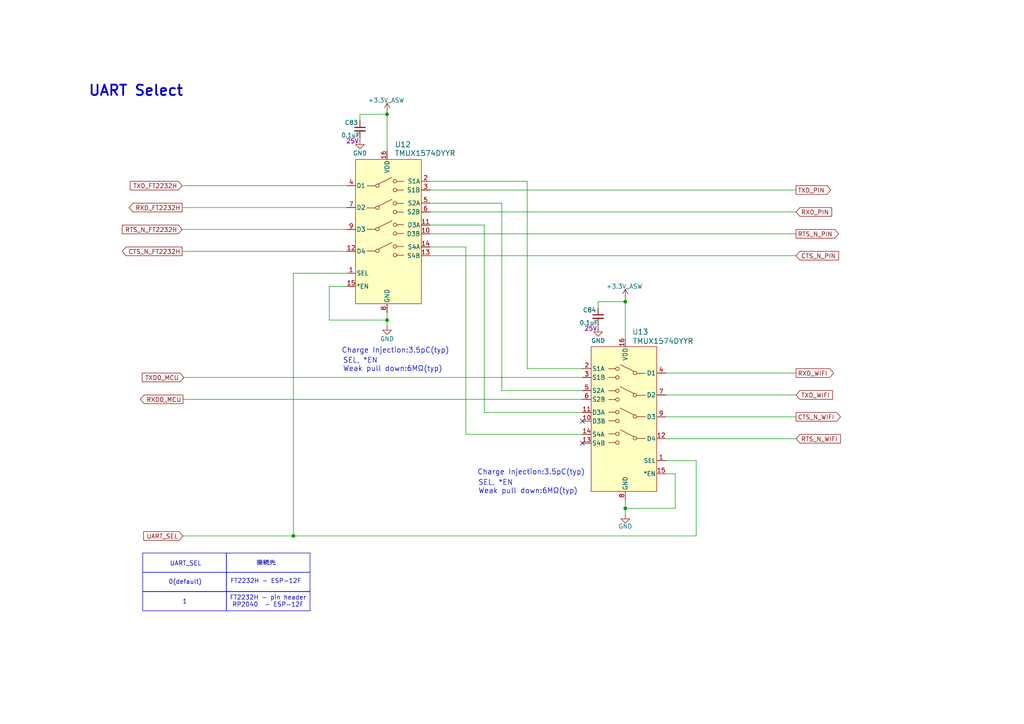
<source format=kicad_sch>
(kicad_sch (version 20231120) (generator "eeschema") (generator_version "8.0")
  (paper "A4")
  (lib_symbols
    (symbol "Device:C_Small" (pin_numbers hide) (pin_names (offset 0.254) hide)
      (property "Reference" "C" (at 0.254 1.778 0))
      (property "Value" "C_Small" (at 0.254 -2.032 0))
      (symbol "C_Small_0_1"
        (polyline (pts (xy -1.524 -0.508) (xy 1.524 -0.508)) (stroke (width 0.3302)))
        (polyline (pts (xy -1.524 0.508) (xy 1.524 0.508)) (stroke (width 0.3048)))
      )
      (symbol "C_Small_1_1"
        (pin passive line (at 0 2.54 270) (length 2.032) (name "~") (number "1"))
        (pin passive line (at 0 -2.54 90) (length 2.032) (name "~") (number "2"))
      )
    )
    (symbol "TMUX1574DYYR:TMUX1574DYYR" (pin_names (offset 0.254))
      (property "Reference" "U14" (at 4.4801 8.128 0))
      (property "Value" "TMUX1574DYYR" (at 4.4801 5.588 0))
      (symbol "TMUX1574DYYR_1_1"
        (rectangle (start -6.858 3.81) (end 12.192 -38.08) (fill (type background)))
        (circle (center -0.508 -22.71) (radius 0.5) (stroke (width 0) (color 132 0 0 1)) (fill (type background)))
        (circle (center -0.508 -16.41) (radius 0.5) (stroke (width 0) (color 132 0 0 1)) (fill (type background)))
        (circle (center -0.508 -10.21) (radius 0.5) (stroke (width 0) (color 132 0 0 1)) (fill (type background)))
        (circle (center -0.508 -3.81) (radius 0.5) (stroke (width 0) (color 132 0 0 1)) (fill (type background)))
        (polyline (pts (xy -3.578 -22.77) (xy -1.078 -22.77)))
        (polyline (pts (xy -3.578 -16.47) (xy -1.078 -16.47)))
        (polyline (pts (xy -3.578 -10.27) (xy -1.078 -10.27)))
        (polyline (pts (xy -3.578 -3.87) (xy -1.078 -3.87)))
        (polyline (pts (xy -0.278 -22.27) (xy 3.722 -20.27)))
        (polyline (pts (xy -0.278 -15.97) (xy 3.722 -13.97)))
        (polyline (pts (xy -0.278 -9.77) (xy 3.722 -7.77)))
        (polyline (pts (xy -0.278 -3.37) (xy 3.722 -1.37)))
        (polyline (pts (xy 5.122 -23.97) (xy 7.112 -23.98)))
        (polyline (pts (xy 5.122 -21.47) (xy 7.112 -21.44)))
        (polyline (pts (xy 5.122 -17.67) (xy 7.112 -17.68)))
        (polyline (pts (xy 5.122 -15.17) (xy 7.112 -15.14)))
        (polyline (pts (xy 5.122 -11.47) (xy 7.112 -11.48)))
        (polyline (pts (xy 5.122 -8.97) (xy 7.112 -8.94)))
        (polyline (pts (xy 5.122 -5.07) (xy 7.112 -5.08)))
        (polyline (pts (xy 5.122 -2.57) (xy 7.112 -2.54)))
        (circle (center 4.572 -23.98) (radius 0.5) (stroke (width 0) (color 132 0 0 1)) (fill (type background)))
        (circle (center 4.572 -21.44) (radius 0.5) (stroke (width 0) (color 132 0 0 1)) (fill (type background)))
        (circle (center 4.572 -17.68) (radius 0.5) (stroke (width 0) (color 132 0 0 1)) (fill (type background)))
        (circle (center 4.572 -15.14) (radius 0.5) (stroke (width 0) (color 132 0 0 1)) (fill (type background)))
        (circle (center 4.572 -11.48) (radius 0.5) (stroke (width 0) (color 132 0 0 1)) (fill (type background)))
        (circle (center 4.572 -8.94) (radius 0.5) (stroke (width 0) (color 132 0 0 1)) (fill (type background)))
        (circle (center 4.572 -5.08) (radius 0.5) (stroke (width 0) (color 132 0 0 1)) (fill (type background)))
        (circle (center 4.572 -2.54) (radius 0.5) (stroke (width 0) (color 132 0 0 1)) (fill (type background)))
        (pin input line (at -9.398 -29.21 0) (length 2.54) (name "SEL") (number "1"))
        (pin bidirectional line (at 14.732 -17.78 180) (length 2.54) (name "D3B") (number "10"))
        (pin bidirectional line (at 14.732 -15.24 180) (length 2.54) (name "D3A") (number "11"))
        (pin bidirectional line (at -9.398 -22.86 0) (length 2.54) (name "D4") (number "12"))
        (pin bidirectional line (at 14.732 -24.13 180) (length 2.54) (name "S4B") (number "13"))
        (pin bidirectional line (at 14.732 -21.59 180) (length 2.54) (name "S4A") (number "14"))
        (pin input line (at -9.398 -33.02 0) (length 2.54) (name "*EN") (number "15"))
        (pin power_in line (at 2.286 6.35 270) (length 2.54) (name "VDD") (number "16"))
        (pin bidirectional line (at 14.732 -2.54 180) (length 2.54) (name "S1A") (number "2"))
        (pin bidirectional line (at 14.732 -5.08 180) (length 2.54) (name "S1B") (number "3"))
        (pin bidirectional line (at -9.398 -3.81 0) (length 2.54) (name "D1") (number "4"))
        (pin bidirectional line (at 14.732 -8.89 180) (length 2.54) (name "S2A") (number "5"))
        (pin bidirectional line (at 14.732 -11.43 180) (length 2.54) (name "S2B") (number "6"))
        (pin bidirectional line (at -9.398 -10.16 0) (length 2.54) (name "D2") (number "7"))
        (pin unspecified line (at 2.286 -40.64 90) (length 2.54) (name "GND") (number "8"))
        (pin bidirectional line (at -9.398 -16.51 0) (length 2.54) (name "D3") (number "9"))
      )
    )
    (symbol "power:+3.3V" (power) (pin_numbers hide) (pin_names (offset 0) hide)
      (property "Value" "+3.3V" (at 0 3.556 0))
      (symbol "+3.3V_0_1"
        (polyline (pts (xy -0.762 1.27) (xy 0 2.54)))
        (polyline (pts (xy 0 0) (xy 0 2.54)))
        (polyline (pts (xy 0 2.54) (xy 0.762 1.27)))
      )
      (symbol "+3.3V_1_1"
        (pin power_in line (at 0 0 90) (length 0) (name "~") (number "1"))
      )
    )
    (symbol "power:GND" (power) (pin_numbers hide) (pin_names (offset 0) hide)
      (property "Value" "GND" (at 0 -3.81 0))
      (symbol "GND_0_1"
        (polyline (pts (xy 0 0) (xy 0 -1.27) (xy 1.27 -1.27) (xy 0 -2.54) (xy -1.27 -1.27) (xy 0 -1.27)))
      )
      (symbol "GND_1_1"
        (pin power_in line (at 0 0 270) (length 0) (name "~") (number "1"))
      )
    )
  )
  (junction (at 85.09 155.448))
  (junction (at 181.356 87.503))
  (junction (at 112.268 92.837))
  (junction (at 181.356 147.447))
  (junction (at 112.268 33.147))
  (no_connect (at 168.91 122.174))
  (no_connect (at 168.91 128.524))
  (wire (pts (xy 104.394 40.005) (xy 104.394 40.64)))
  (wire (pts (xy 85.09 79.248) (xy 85.09 155.448)))
  (wire (pts (xy 145.542 113.284) (xy 145.542 58.928)))
  (wire (pts (xy 181.356 87.503) (xy 181.356 98.044)))
  (wire (pts (xy 124.714 52.578) (xy 152.908 52.578)))
  (wire (pts (xy 140.462 119.634) (xy 140.462 65.278)))
  (wire (pts (xy 181.356 145.034) (xy 181.356 147.447)))
  (wire (pts (xy 168.91 113.284) (xy 145.542 113.284)))
  (wire (pts (xy 52.832 60.198) (xy 100.584 60.198)))
  (wire (pts (xy 168.91 119.634) (xy 140.462 119.634)))
  (wire (pts (xy 53.086 115.824) (xy 168.91 115.824)))
  (wire (pts (xy 135.128 125.984) (xy 135.128 71.628)))
  (wire (pts (xy 193.04 127.254) (xy 230.886 127.254)))
  (wire (pts (xy 152.908 106.934) (xy 168.91 106.934)))
  (wire (pts (xy 52.832 66.548) (xy 100.584 66.548)))
  (wire (pts (xy 124.714 71.628) (xy 135.128 71.628)))
  (wire (pts (xy 152.908 52.578) (xy 152.908 106.934)))
  (wire (pts (xy 124.714 55.118) (xy 230.886 55.118)))
  (wire (pts (xy 201.93 155.448) (xy 201.93 133.604)))
  (wire (pts (xy 173.482 87.503) (xy 181.356 87.503)))
  (wire (pts (xy 124.714 65.278) (xy 140.462 65.278)))
  (wire (pts (xy 181.356 147.447) (xy 181.356 149.225)))
  (wire (pts (xy 193.04 137.414) (xy 195.834 137.414)))
  (wire (pts (xy 52.832 53.848) (xy 100.584 53.848)))
  (wire (pts (xy 104.394 34.925) (xy 104.394 33.147)))
  (wire (pts (xy 52.832 72.898) (xy 100.584 72.898)))
  (wire (pts (xy 112.268 92.837) (xy 112.268 94.488)))
  (wire (pts (xy 173.482 94.361) (xy 173.482 94.996)))
  (wire (pts (xy 124.714 74.168) (xy 230.886 74.168)))
  (wire (pts (xy 112.268 33.147) (xy 112.268 32.512)))
  (wire (pts (xy 124.714 61.468) (xy 230.886 61.468)))
  (wire (pts (xy 112.268 33.147) (xy 112.268 43.688)))
  (wire (pts (xy 53.34 109.474) (xy 168.91 109.474)))
  (wire (pts (xy 173.482 89.281) (xy 173.482 87.503)))
  (wire (pts (xy 181.356 86.487) (xy 181.356 87.503)))
  (wire (pts (xy 85.09 155.448) (xy 201.93 155.448)))
  (wire (pts (xy 95.504 92.837) (xy 112.268 92.837)))
  (wire (pts (xy 195.834 147.447) (xy 181.356 147.447)))
  (wire (pts (xy 95.504 83.058) (xy 95.504 92.837)))
  (wire (pts (xy 168.91 125.984) (xy 135.128 125.984)))
  (wire (pts (xy 193.04 133.604) (xy 201.93 133.604)))
  (wire (pts (xy 104.394 33.147) (xy 112.268 33.147)))
  (wire (pts (xy 112.268 90.678) (xy 112.268 92.837)))
  (wire (pts (xy 195.834 137.414) (xy 195.834 147.447)))
  (wire (pts (xy 124.714 67.818) (xy 230.886 67.818)))
  (wire (pts (xy 193.04 120.904) (xy 230.886 120.904)))
  (wire (pts (xy 100.584 83.058) (xy 95.504 83.058)))
  (wire (pts (xy 193.04 114.554) (xy 230.886 114.554)))
  (wire (pts (xy 145.542 58.928) (xy 124.714 58.928)))
  (wire (pts (xy 100.584 79.248) (xy 85.09 79.248)))
  (wire (pts (xy 53.086 155.448) (xy 85.09 155.448)))
  (wire (pts (xy 193.04 108.204) (xy 230.886 108.204)))
  (rectangle (start 65.659 160.401) (end 89.916 165.989))
  (rectangle (start 65.659 171.577) (end 89.916 177.165))
  (rectangle (start 41.402 160.401) (end 65.659 165.989))
  (rectangle (start 41.402 165.989) (end 65.659 171.577))
  (rectangle (start 65.659 165.989) (end 89.916 171.577))
  (rectangle (start 41.402 171.577) (end 65.659 177.165))
  (text "SEL, *EN\nWeak pull down:6MΩ(typ)" (at 138.684 143.383 0) (effects (font (size 1.5 1.5)) (justify left bottom)))
  (text "Charge Injection:3.5pC(typ)" (at 99.06 102.616 0) (effects (font (size 1.5 1.5)) (justify left bottom)))
  (text "FT2232H - pin header\nRP2040  - ESP-12F" (at 77.724 174.498 0) (effects (font (size 1.27 1.27))))
  (text "Charge Injection:3.5pC(typ)" (at 138.43 137.922 0) (effects (font (size 1.5 1.5)) (justify left bottom)))
  (text "SEL, *EN\nWeak pull down:6MΩ(typ)" (at 99.441 107.95 0) (effects (font (size 1.5 1.5)) (justify left bottom)))
  (text "0(default)" (at 53.721 168.91 0) (effects (font (size 1.27 1.27))))
  (text "UART_SEL" (at 53.848 163.576 0) (effects (font (size 1.27 1.27))))
  (text "UART Select" (at 25.527 28.194 0) (effects (font (size 3 3) (thickness 0.508) (bold yes)) (justify left bottom)))
  (text "1" (at 53.594 174.625 0) (effects (font (size 1.27 1.27))))
  (text "接続先\n" (at 77.216 163.449 0) (effects (font (size 1.27 1.27))))
  (text "FT2232H - ESP-12F" (at 77.089 168.656 0) (effects (font (size 1.27 1.27))))
  (global_label "RXD0_MCU" (shape output) (at 53.086 115.824 180) (property "Intersheetrefs" "${INTERSHEET_REFS}" (effects (hide yes))))
  (global_label "CTS_N_WIFI" (shape output) (at 230.886 120.904 0) (property "Intersheetrefs" "${INTERSHEET_REFS}" (effects (hide yes))))
  (global_label "CTS_N_PIN" (shape input) (at 230.886 74.168 0) (property "Intersheetrefs" "${INTERSHEET_REFS}" (effects (hide yes))))
  (global_label "CTS_N_FT2232H" (shape output) (at 52.832 72.898 180) (property "Intersheetrefs" "${INTERSHEET_REFS}" (effects (hide yes))))
  (global_label "TXD0_MCU" (shape input) (at 53.34 109.474 180) (property "Intersheetrefs" "${INTERSHEET_REFS}" (effects (hide yes))))
  (global_label "RXD_FT2232H" (shape output) (at 52.832 60.198 180) (property "Intersheetrefs" "${INTERSHEET_REFS}" (effects (hide yes))))
  (global_label "TXD_FT2232H" (shape input) (at 52.832 53.848 180) (property "Intersheetrefs" "${INTERSHEET_REFS}" (effects (hide yes))))
  (global_label "RTS_N_PIN" (shape output) (at 230.886 67.818 0) (property "Intersheetrefs" "${INTERSHEET_REFS}" (effects (hide yes))))
  (global_label "RTS_N_FT2232H" (shape input) (at 52.832 66.548 180) (property "Intersheetrefs" "${INTERSHEET_REFS}" (effects (hide yes))))
  (global_label "RXD_PIN" (shape input) (at 230.886 61.468 0) (property "Intersheetrefs" "${INTERSHEET_REFS}" (effects (hide yes))))
  (global_label "TXD_WIFI" (shape input) (at 230.886 114.554 0) (property "Intersheetrefs" "${INTERSHEET_REFS}" (effects (hide yes))))
  (global_label "UART_SEL" (shape input) (at 53.086 155.448 180) (property "Intersheetrefs" "${INTERSHEET_REFS}" (effects (hide yes))))
  (global_label "RTS_N_WIFI" (shape input) (at 230.886 127.254 0) (property "Intersheetrefs" "${INTERSHEET_REFS}" (effects (hide yes))))
  (global_label "TXD_PIN" (shape output) (at 230.886 55.118 0) (property "Intersheetrefs" "${INTERSHEET_REFS}" (effects (hide yes))))
  (global_label "RXD_WIFI" (shape output) (at 230.886 108.204 0) (property "Intersheetrefs" "${INTERSHEET_REFS}" (effects (hide yes))))
  (symbol (lib_id "power:GND") (at 112.268 94.488 0) (unit 1)
    (property "Reference" "#PWR0129" (effects (hide yes)))
    (property "Value" "GND" (at 112.268 98.298 0))
    (property "Description" "Power symbol creates a global label with name \"GND\" , ground" (effects (hide yes)))
  )
  (symbol (lib_id "power:GND") (at 173.482 94.996 0) (unit 1)
    (property "Reference" "#PWR0130" (effects (hide yes)))
    (property "Value" "GND" (at 173.482 98.806 0))
    (property "Description" "Power symbol creates a global label with name \"GND\" , ground" (effects (hide yes)))
  )
  (symbol (lib_id "TMUX1574DYYR:TMUX1574DYYR") (at 109.982 50.038 0) (unit 1) (exclude_from_sim yes)
    (property "Reference" "U12" (at 114.4621 41.91 0) (effects (font (size 1.524 1.524)) (justify left)))
    (property "Value" "TMUX1574DYYR" (at 114.4621 44.45 0) (effects (font (size 1.524 1.524)) (justify left)))
    (property "Footprint" "TMUX1574DYYR:SOT-23-THIN-16_DYY_TEX" (effects (hide yes)))
    (property "Datasheet" "TMUX1574DYYR" (effects (hide yes)))
    (property "LCSC" "https://www.lcsc.com/product-detail/Analog-Switches-Multiplexers_Texas-Instruments-TMUX1574DYYR_C1855769.html" (effects (hide yes)))
  )
  (symbol (lib_id "Device:C_Small") (at 104.394 37.465 0) (unit 1)
    (property "Reference" "C83" (at 99.949 35.56 0) (effects (justify left)))
    (property "Value" "0.1uF" (at 98.933 39.243 0) (effects (justify left)))
    (property "Footprint" "Capacitor_SMD:C_0201_0603Metric_Pad0.64x0.40mm_HandSolder" (effects (hide yes)))
    (property "Description" "GRM033R61E104KE14D" (effects (hide yes)))
    (property "耐圧" "25V" (at 102.235 40.894 0))
  )
  (symbol (lib_id "Device:C_Small") (at 173.482 91.821 0) (unit 1)
    (property "Reference" "C84" (at 169.037 89.916 0) (effects (justify left)))
    (property "Value" "0.1uF" (at 168.021 93.599 0) (effects (justify left)))
    (property "Footprint" "Capacitor_SMD:C_0201_0603Metric_Pad0.64x0.40mm_HandSolder" (effects (hide yes)))
    (property "Description" "GRM033R61E104KE14D" (effects (hide yes)))
    (property "耐圧" "25V" (at 171.323 95.25 0))
  )
  (symbol (lib_id "power:GND") (at 104.394 40.64 0) (unit 1)
    (property "Reference" "#PWR0127" (effects (hide yes)))
    (property "Value" "GND" (at 104.394 44.45 0))
    (property "Description" "Power symbol creates a global label with name \"GND\" , ground" (effects (hide yes)))
  )
  (symbol (lib_id "power:+3.3V") (at 181.356 86.487 0) (unit 1)
    (property "Reference" "#PWR0128" (effects (hide yes)))
    (property "Value" "+3.3V_ASW" (at 181.102 83.058 0))
    (property "Description" "Power symbol creates a global label with name \"+3.3V\"" (effects (hide yes)))
  )
  (symbol (lib_id "power:GND") (at 181.356 149.225 0) (unit 1)
    (property "Reference" "#PWR0131" (effects (hide yes)))
    (property "Value" "GND" (at 181.356 152.654 0))
    (property "Description" "Power symbol creates a global label with name \"GND\" , ground" (effects (hide yes)))
  )
  (symbol (lib_id "TMUX1574DYYR:TMUX1574DYYR") (at 183.642 104.394 0) (mirror y) (unit 1)
    (property "Reference" "U13" (at 188.087 96.266 0) (effects (font (size 1.524 1.524)) (justify left)))
    (property "Value" "TMUX1574DYYR" (at 201.168 98.933 0) (effects (font (size 1.524 1.524)) (justify left)))
    (property "Footprint" "TMUX1574DYYR:SOT-23-THIN-16_DYY_TEX" (effects (hide yes)))
    (property "Datasheet" "TMUX1574DYYR" (effects (hide yes)))
    (property "LCSC" "https://www.lcsc.com/product-detail/Analog-Switches-Multiplexers_Texas-Instruments-TMUX1574DYYR_C1855769.html" (effects (hide yes)))
  )
  (symbol (lib_id "power:+3.3V") (at 112.268 32.512 0) (unit 1)
    (property "Reference" "#PWR0126" (effects (hide yes)))
    (property "Value" "+3.3V_ASW" (at 112.014 29.083 0))
    (property "Description" "Power symbol creates a global label with name \"+3.3V\"" (effects (hide yes)))
  )
)
</source>
